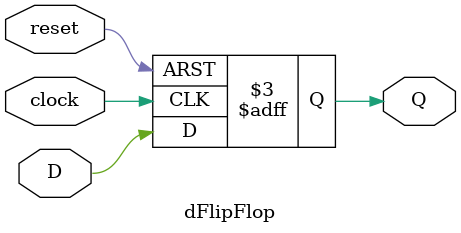
<source format=v>
module dFlipFlop(D, Q, clock, reset);
	input D, clock, reset;
	output reg Q;
	
	always@(posedge clock, negedge reset)
		begin 
			if(reset == 0)
				Q <= 0;
			else
				Q = D;
		end
endmodule 
</source>
